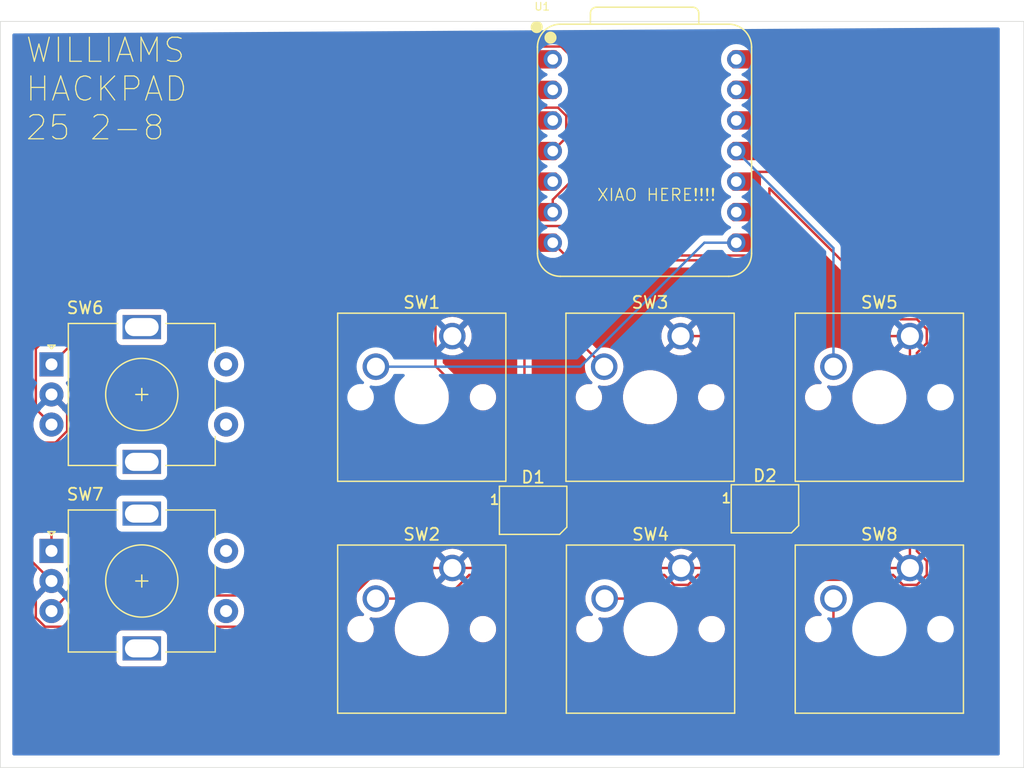
<source format=kicad_pcb>
(kicad_pcb (version 20240108) (generator "pcbnew") (generator_version "8.0")
  (layers (0 "F.Cu" signal) (31 "B.Cu" signal) (34 "B.Paste" user) (35 "F.Paste" user) (36 "B.SilkS" user "B.Silkscreen") (37 "F.SilkS" user "F.Silkscreen") (38 "B.Mask" user) (39 "F.Mask" user) (44 "Edge.Cuts" user))
  (net 0 "")
  (net 1 "Net-(D1-DIN)")
  (net 2 "Net-(D1-DOUT)")
  (net 3 "GND")
  (net 5 "Net-(U1-GPIO1{slash}RX)")
  (net 6 "Net-(U1-GPIO2{slash}SCK)")
  (net 7 "Net-(U1-GPIO4{slash}MISO)")
  (net 8 "Net-(U1-GPIO3{slash}MOSI)")
  (net 10 "Net-(U1-GPIO0{slash}TX)")
  (net 11 "Net-(U1-GPIO29{slash}ADC3{slash}A3)")
  (net 13 "Net-(D1-VDD)")
  (net 14 "Net-(U1-GPIO28{slash}ADC2{slash}A2)")
  (net 15 "Net-(U1-GPIO7{slash}SCL)")
  (net 17 "Net-(U1-GPIO27{slash}ADC1{slash}A1)")
  (net 18 "Net-(U1-GPIO26{slash}ADC0{slash}A0)")
  (footprint "Button_Switch_Keyboard:SW_Cherry_MX_1.00u_PCB" (layer "F.Cu") (at 126.54 99.92)
    (property "Reference" "SW2" (at -2.54 -2.794 0) (layer "F.SilkS"))
    (property "Value" "SW_Push")
    (fp_line (start -9.525 -1.905) (end 4.445 -1.905) (stroke (width 0.12)) (layer "F.SilkS"))
    (fp_line (start -9.525 12.065) (end -9.525 -1.905) (stroke (width 0.12)) (layer "F.SilkS"))
    (fp_line (start 4.445 -1.905) (end 4.445 12.065) (stroke (width 0.12)) (layer "F.SilkS"))
    (fp_line (start 4.445 12.065) (end -9.525 12.065) (stroke (width 0.12)) (layer "F.SilkS"))
    (pad "" np_thru_hole circle (at -7.62 5.08) (size 1.7 1.7) (drill 1.7) (layers "*.Cu" "*.Mask"))
    (pad "" np_thru_hole circle (at -2.54 5.08) (size 4 4) (drill 4) (layers "*.Cu" "*.Mask"))
    (pad "" np_thru_hole circle (at 2.54 5.08) (size 1.7 1.7) (drill 1.7) (layers "*.Cu" "*.Mask"))
    (pad "1" thru_hole circle (at 0 0) (size 2.2 2.2) (drill 1.5) (layers "*.Cu" "*.Mask") (net 3 "GND"))
    (pad "2" thru_hole circle (at -6.35 2.54) (size 2.2 2.2) (drill 1.5) (layers "*.Cu" "*.Mask") (net 10 "Net-(U1-GPIO0{slash}TX)"))
  )
  (footprint "Button_Switch_Keyboard:SW_Cherry_MX_1.00u_PCB" (layer "F.Cu") (at 164.54 99.92)
    (property "Reference" "SW8" (at -2.54 -2.794 0) (layer "F.SilkS"))
    (property "Value" "SW_Push")
    (fp_line (start -9.525 -1.905) (end 4.445 -1.905) (stroke (width 0.12)) (layer "F.SilkS"))
    (fp_line (start -9.525 12.065) (end -9.525 -1.905) (stroke (width 0.12)) (layer "F.SilkS"))
    (fp_line (start 4.445 -1.905) (end 4.445 12.065) (stroke (width 0.12)) (layer "F.SilkS"))
    (fp_line (start 4.445 12.065) (end -9.525 12.065) (stroke (width 0.12)) (layer "F.SilkS"))
    (pad "" np_thru_hole circle (at -7.62 5.08) (size 1.7 1.7) (drill 1.7) (layers "*.Cu" "*.Mask"))
    (pad "" np_thru_hole circle (at -2.54 5.08) (size 4 4) (drill 4) (layers "*.Cu" "*.Mask"))
    (pad "" np_thru_hole circle (at 2.54 5.08) (size 1.7 1.7) (drill 1.7) (layers "*.Cu" "*.Mask"))
    (pad "1" thru_hole circle (at 0 0) (size 2.2 2.2) (drill 1.5) (layers "*.Cu" "*.Mask") (net 3 "GND"))
    (pad "2" thru_hole circle (at -6.35 2.54) (size 2.2 2.2) (drill 1.5) (layers "*.Cu" "*.Mask") (net 15 "Net-(U1-GPIO7{slash}SCL)"))
  )
  (footprint "Button_Switch_Keyboard:SW_Cherry_MX_1.00u_PCB" (layer "F.Cu") (at 164.54 80.6505)
    (property "Reference" "SW5" (at -2.54 -2.794 0) (layer "F.SilkS"))
    (property "Value" "SW_Push")
    (fp_line (start -9.525 -1.905) (end 4.445 -1.905) (stroke (width 0.12)) (layer "F.SilkS"))
    (fp_line (start -9.525 12.065) (end -9.525 -1.905) (stroke (width 0.12)) (layer "F.SilkS"))
    (fp_line (start 4.445 -1.905) (end 4.445 12.065) (stroke (width 0.12)) (layer "F.SilkS"))
    (fp_line (start 4.445 12.065) (end -9.525 12.065) (stroke (width 0.12)) (layer "F.SilkS"))
    (pad "" np_thru_hole circle (at -7.62 5.08) (size 1.7 1.7) (drill 1.7) (layers "*.Cu" "*.Mask"))
    (pad "" np_thru_hole circle (at -2.54 5.08) (size 4 4) (drill 4) (layers "*.Cu" "*.Mask"))
    (pad "" np_thru_hole circle (at 2.54 5.08) (size 1.7 1.7) (drill 1.7) (layers "*.Cu" "*.Mask"))
    (pad "1" thru_hole circle (at 0 0) (size 2.2 2.2) (drill 1.5) (layers "*.Cu" "*.Mask") (net 3 "GND"))
    (pad "2" thru_hole circle (at -6.35 2.54) (size 2.2 2.2) (drill 1.5) (layers "*.Cu" "*.Mask") (net 8 "Net-(U1-GPIO3{slash}MOSI)"))
  )
  (footprint "Rotary_Encoder:RotaryEncoder_Alps_EC11E-Switch_Vertical_H20mm" (layer "F.Cu") (at 93.25 98.5)
    (property "Reference" "SW7" (at 2.8 -4.7 0) (layer "F.SilkS"))
    (property "Value" "RotaryEncoder")
    (fp_line (start -0.3 -1.6) (end 0.3 -1.6) (stroke (width 0.12)) (layer "F.SilkS"))
    (fp_line (start 0 -1.3) (end -0.3 -1.6) (stroke (width 0.12)) (layer "F.SilkS"))
    (fp_line (start 0.3 -1.6) (end 0 -1.3) (stroke (width 0.12)) (layer "F.SilkS"))
    (fp_line (start 1.4 -3.4) (end 1.4 8.4) (stroke (width 0.12)) (layer "F.SilkS"))
    (fp_line (start 5.5 -3.4) (end 1.4 -3.4) (stroke (width 0.12)) (layer "F.SilkS"))
    (fp_line (start 5.5 8.4) (end 1.4 8.4) (stroke (width 0.12)) (layer "F.SilkS"))
    (fp_line (start 7 2.5) (end 8 2.5) (stroke (width 0.12)) (layer "F.SilkS"))
    (fp_line (start 7.5 2) (end 7.5 3) (stroke (width 0.12)) (layer "F.SilkS"))
    (fp_line (start 9.5 -3.4) (end 13.6 -3.4) (stroke (width 0.12)) (layer "F.SilkS"))
    (fp_line (start 13.6 -3.4) (end 13.6 -1) (stroke (width 0.12)) (layer "F.SilkS"))
    (fp_line (start 13.6 1.2) (end 13.6 3.8) (stroke (width 0.12)) (layer "F.SilkS"))
    (fp_line (start 13.6 6) (end 13.6 8.4) (stroke (width 0.12)) (layer "F.SilkS"))
    (fp_line (start 13.6 8.4) (end 9.5 8.4) (stroke (width 0.12)) (layer "F.SilkS"))
    (fp_circle (center 7.5 2.5) (end 10.5 2.5) (stroke (width 0.12)) (fill none) (layer "F.SilkS"))
    (pad "A" thru_hole rect (at 0 0) (size 2 2) (drill 1) (layers "*.Cu" "*.Mask") (net 11 "Net-(U1-GPIO29{slash}ADC3{slash}A3)"))
    (pad "B" thru_hole circle (at 0 5) (size 2 2) (drill 1) (layers "*.Cu" "*.Mask") (net 14 "Net-(U1-GPIO28{slash}ADC2{slash}A2)"))
    (pad "C" thru_hole circle (at 0 2.5) (size 2 2) (drill 1) (layers "*.Cu" "*.Mask") (net 3 "GND"))
    (pad "MP" thru_hole rect (at 7.5 -3.1) (size 3.2 2) (drill oval 2.8 1.5) (layers "*.Cu" "*.Mask"))
    (pad "MP" thru_hole rect (at 7.5 8.1) (size 3.2 2) (drill oval 2.8 1.5) (layers "*.Cu" "*.Mask"))
    (pad "S1" thru_hole circle (at 14.5 5) (size 2 2) (drill 1) (layers "*.Cu" "*.Mask"))
    (pad "S2" thru_hole circle (at 14.5 0) (size 2 2) (drill 1) (layers "*.Cu" "*.Mask"))
  )
  (footprint "Seeed Studio XIAO Series Library:XIAO-RP2040-DIP" (layer "F.Cu") (at 142.5 65.2685)
    (property "Reference" "U1" (at -8.5 -12 0) (layer "F.SilkS") (effects (font (size 0.635 0.635) (thickness 0.1016))))
    (property "Value" "XIAO-RP2040-DIP")
    (fp_line (start -8.89 8.509) (end -8.89 -8.636) (stroke (width 0.127)) (layer "F.SilkS"))
    (fp_line (start -6.985 10.414) (end 6.985 10.414) (stroke (width 0.127)) (layer "F.SilkS"))
    (fp_line (start -4.495 -10.541) (end -4.491272 -11.451272) (stroke (width 0.127)) (layer "F.SilkS"))
    (fp_line (start -3.991272 -11.951) (end 4.004 -11.951) (stroke (width 0.127)) (layer "F.SilkS"))
    (fp_line (start 4.504 -11.451) (end 4.504 -10.541) (stroke (width 0.127)) (layer "F.SilkS"))
    (fp_line (start 6.985 -10.541) (end -6.985 -10.541) (stroke (width 0.1)) (layer "F.SilkS"))
    (fp_line (start 6.985 -10.541) (end -6.985 -10.541) (stroke (width 0.127)) (layer "F.SilkS"))
    (fp_line (start 8.89 8.509) (end 8.89 -8.636) (stroke (width 0.127)) (layer "F.SilkS"))
    (fp_arc (start -8.89 -8.636) (mid -8.332038 -9.983038) (end -6.985 -10.541) (stroke (width 0.127)) (layer "F.SilkS"))
    (fp_arc (start -6.985 10.414) (mid -8.332038 9.856038) (end -8.89 8.509) (stroke (width 0.127)) (layer "F.SilkS"))
    (fp_arc (start -4.491272 -11.451272) (mid -4.344724 -11.804644) (end -3.991272 -11.951) (stroke (width 0.127)) (layer "F.SilkS"))
    (fp_arc (start 4.004 -11.951) (mid 4.357553 -11.804553) (end 4.504 -11.451) (stroke (width 0.127)) (layer "F.SilkS"))
    (fp_arc (start 6.985 -10.541) (mid 8.332038 -9.983038) (end 8.89 -8.636) (stroke (width 0.127)) (layer "F.SilkS"))
    (fp_arc (start 8.89 8.509) (mid 8.332038 9.856038) (end 6.985 10.414) (stroke (width 0.127)) (layer "F.SilkS"))
    (fp_circle (center -8.95 -10.3) (end -8.95 -10.554) (stroke (width 0.5)) (fill solid) (layer "F.SilkS"))
    (fp_circle (center -7.807 -9.42) (end -7.807 -9.674) (stroke (width 0.5)) (fill solid) (layer "F.SilkS"))
    (pad "1" smd roundrect (at -8.455 -7.62 180) (size 2.432 1.524) (layers "F.Cu" "F.Mask") (roundrect_rratio 0.1) (net 18 "Net-(U1-GPIO26{slash}ADC0{slash}A0)"))
    (pad "1" thru_hole circle (at -7.62 -7.62 180) (size 1.524 1.524) (drill 0.889) (layers "*.Cu" "*.Mask") (net 18 "Net-(U1-GPIO26{slash}ADC0{slash}A0)"))
    (pad "2" smd roundrect (at -8.455 -5.08 180) (size 2.432 1.524) (layers "F.Cu" "F.Mask") (roundrect_rratio 0.1) (net 17 "Net-(U1-GPIO27{slash}ADC1{slash}A1)"))
    (pad "2" thru_hole circle (at -7.62 -5.08 180) (size 1.524 1.524) (drill 0.889) (layers "*.Cu" "*.Mask") (net 17 "Net-(U1-GPIO27{slash}ADC1{slash}A1)"))
    (pad "3" smd roundrect (at -8.455 -2.54 180) (size 2.432 1.524) (layers "F.Cu" "F.Mask") (roundrect_rratio 0.1) (net 14 "Net-(U1-GPIO28{slash}ADC2{slash}A2)"))
    (pad "3" thru_hole circle (at -7.62 -2.54 180) (size 1.524 1.524) (drill 0.889) (layers "*.Cu" "*.Mask") (net 14 "Net-(U1-GPIO28{slash}ADC2{slash}A2)"))
    (pad "4" smd roundrect (at -8.455 0 180) (size 2.432 1.524) (layers "F.Cu" "F.Mask") (roundrect_rratio 0.1) (net 11 "Net-(U1-GPIO29{slash}ADC3{slash}A3)"))
    (pad "4" thru_hole circle (at -7.62 0 180) (size 1.524 1.524) (drill 0.889) (layers "*.Cu" "*.Mask") (net 11 "Net-(U1-GPIO29{slash}ADC3{slash}A3)"))
    (pad "5" smd roundrect (at -8.455 2.54 180) (size 2.432 1.524) (layers "F.Cu" "F.Mask") (roundrect_rratio 0.1) (net 1 "Net-(D1-DIN)"))
    (pad "5" thru_hole circle (at -7.62 2.54 180) (size 1.524 1.524) (drill 0.889) (layers "*.Cu" "*.Mask") (net 1 "Net-(D1-DIN)"))
    (pad "6" smd roundrect (at -8.455 5.08 180) (size 2.432 1.524) (layers "F.Cu" "F.Mask") (roundrect_rratio 0.1) (net 15 "Net-(U1-GPIO7{slash}SCL)"))
    (pad "6" thru_hole circle (at -7.62 5.08 180) (size 1.524 1.524) (drill 0.889) (layers "*.Cu" "*.Mask") (net 15 "Net-(U1-GPIO7{slash}SCL)"))
    (pad "7" smd roundrect (at -8.455 7.62 180) (size 2.432 1.524) (layers "F.Cu" "F.Mask") (roundrect_rratio 0.1) (net 10 "Net-(U1-GPIO0{slash}TX)"))
    (pad "7" thru_hole circle (at -7.62 7.62 180) (size 1.524 1.524) (drill 0.889) (layers "*.Cu" "*.Mask") (net 10 "Net-(U1-GPIO0{slash}TX)"))
    (pad "8" thru_hole circle (at 7.62 7.62) (size 1.524 1.524) (drill 0.889) (layers "*.Cu" "*.Mask") (net 5 "Net-(U1-GPIO1{slash}RX)"))
    (pad "8" smd roundrect (at 8.455 7.62) (size 2.432 1.524) (layers "F.Cu" "F.Mask") (roundrect_rratio 0.1) (net 5 "Net-(U1-GPIO1{slash}RX)"))
    (pad "9" thru_hole circle (at 7.62 5.08) (size 1.524 1.524) (drill 0.889) (layers "*.Cu" "*.Mask") (net 6 "Net-(U1-GPIO2{slash}SCK)"))
    (pad "9" smd roundrect (at 8.455 5.08) (size 2.432 1.524) (layers "F.Cu" "F.Mask") (roundrect_rratio 0.1) (net 6 "Net-(U1-GPIO2{slash}SCK)"))
    (pad "10" thru_hole circle (at 7.62 2.54) (size 1.524 1.524) (drill 0.889) (layers "*.Cu" "*.Mask") (net 7 "Net-(U1-GPIO4{slash}MISO)"))
    (pad "10" smd roundrect (at 8.455 2.54) (size 2.432 1.524) (layers "F.Cu" "F.Mask") (roundrect_rratio 0.1) (net 7 "Net-(U1-GPIO4{slash}MISO)"))
    (pad "11" thru_hole circle (at 7.62 0) (size 1.524 1.524) (drill 0.889) (layers "*.Cu" "*.Mask") (net 8 "Net-(U1-GPIO3{slash}MOSI)"))
    (pad "11" smd roundrect (at 8.455 0) (size 2.432 1.524) (layers "F.Cu" "F.Mask") (roundrect_rratio 0.1) (net 8 "Net-(U1-GPIO3{slash}MOSI)"))
    (pad "12" thru_hole circle (at 7.62 -2.54) (size 1.524 1.524) (drill 0.889) (layers "*.Cu" "*.Mask"))
    (pad "12" smd roundrect (at 8.455 -2.54) (size 2.432 1.524) (layers "F.Cu" "F.Mask") (roundrect_rratio 0.1))
    (pad "13" thru_hole circle (at 7.62 -5.08) (size 1.524 1.524) (drill 0.889) (layers "*.Cu" "*.Mask"))
    (pad "13" smd roundrect (at 8.455 -5.08) (size 2.432 1.524) (layers "F.Cu" "F.Mask") (roundrect_rratio 0.1))
    (pad "14" thru_hole circle (at 7.62 -7.62) (size 1.524 1.524) (drill 0.889) (layers "*.Cu" "*.Mask"))
    (pad "14" smd roundrect (at 8.455 -7.62) (size 2.432 1.524) (layers "F.Cu" "F.Mask") (roundrect_rratio 0.1))
  )
  (footprint "Button_Switch_Keyboard:SW_Cherry_MX_1.00u_PCB" (layer "F.Cu") (at 145.54 99.92)
    (property "Reference" "SW4" (at -2.54 -2.794 0) (layer "F.SilkS"))
    (property "Value" "SW_Push")
    (fp_line (start -9.525 -1.905) (end 4.445 -1.905) (stroke (width 0.12)) (layer "F.SilkS"))
    (fp_line (start -9.525 12.065) (end -9.525 -1.905) (stroke (width 0.12)) (layer "F.SilkS"))
    (fp_line (start 4.445 -1.905) (end 4.445 12.065) (stroke (width 0.12)) (layer "F.SilkS"))
    (fp_line (start 4.445 12.065) (end -9.525 12.065) (stroke (width 0.12)) (layer "F.SilkS"))
    (pad "" np_thru_hole circle (at -7.62 5.08) (size 1.7 1.7) (drill 1.7) (layers "*.Cu" "*.Mask"))
    (pad "" np_thru_hole circle (at -2.54 5.08) (size 4 4) (drill 4) (layers "*.Cu" "*.Mask"))
    (pad "" np_thru_hole circle (at 2.54 5.08) (size 1.7 1.7) (drill 1.7) (layers "*.Cu" "*.Mask"))
    (pad "1" thru_hole circle (at 0 0) (size 2.2 2.2) (drill 1.5) (layers "*.Cu" "*.Mask") (net 3 "GND"))
    (pad "2" thru_hole circle (at -6.35 2.54) (size 2.2 2.2) (drill 1.5) (layers "*.Cu" "*.Mask") (net 7 "Net-(U1-GPIO4{slash}MISO)"))
  )
  (footprint "Button_Switch_Keyboard:SW_Cherry_MX_1.00u_PCB" (layer "F.Cu") (at 145.499 80.6505)
    (property "Reference" "SW3" (at -2.54 -2.794 0) (layer "F.SilkS"))
    (property "Value" "SW_Push")
    (fp_line (start -9.525 -1.905) (end 4.445 -1.905) (stroke (width 0.12)) (layer "F.SilkS"))
    (fp_line (start -9.525 12.065) (end -9.525 -1.905) (stroke (width 0.12)) (layer "F.SilkS"))
    (fp_line (start 4.445 -1.905) (end 4.445 12.065) (stroke (width 0.12)) (layer "F.SilkS"))
    (fp_line (start 4.445 12.065) (end -9.525 12.065) (stroke (width 0.12)) (layer "F.SilkS"))
    (pad "" np_thru_hole circle (at -7.62 5.08) (size 1.7 1.7) (drill 1.7) (layers "*.Cu" "*.Mask"))
    (pad "" np_thru_hole circle (at -2.54 5.08) (size 4 4) (drill 4) (layers "*.Cu" "*.Mask"))
    (pad "" np_thru_hole circle (at 2.54 5.08) (size 1.7 1.7) (drill 1.7) (layers "*.Cu" "*.Mask"))
    (pad "1" thru_hole circle (at 0 0) (size 2.2 2.2) (drill 1.5) (layers "*.Cu" "*.Mask") (net 3 "GND"))
    (pad "2" thru_hole circle (at -6.35 2.54) (size 2.2 2.2) (drill 1.5) (layers "*.Cu" "*.Mask") (net 6 "Net-(U1-GPIO2{slash}SCK)"))
  )
  (footprint "Button_Switch_Keyboard:SW_Cherry_MX_1.00u_PCB" (layer "F.Cu") (at 126.54 80.6505)
    (property "Reference" "SW1" (at -2.54 -2.794 0) (layer "F.SilkS"))
    (property "Value" "SW_Push")
    (fp_line (start -9.525 -1.905) (end 4.445 -1.905) (stroke (width 0.12)) (layer "F.SilkS"))
    (fp_line (start -9.525 12.065) (end -9.525 -1.905) (stroke (width 0.12)) (layer "F.SilkS"))
    (fp_line (start 4.445 -1.905) (end 4.445 12.065) (stroke (width 0.12)) (layer "F.SilkS"))
    (fp_line (start 4.445 12.065) (end -9.525 12.065) (stroke (width 0.12)) (layer "F.SilkS"))
    (pad "" np_thru_hole circle (at -7.62 5.08) (size 1.7 1.7) (drill 1.7) (layers "*.Cu" "*.Mask"))
    (pad "" np_thru_hole circle (at -2.54 5.08) (size 4 4) (drill 4) (layers "*.Cu" "*.Mask"))
    (pad "" np_thru_hole circle (at 2.54 5.08) (size 1.7 1.7) (drill 1.7) (layers "*.Cu" "*.Mask"))
    (pad "1" thru_hole circle (at 0 0) (size 2.2 2.2) (drill 1.5) (layers "*.Cu" "*.Mask") (net 3 "GND"))
    (pad "2" thru_hole circle (at -6.35 2.54) (size 2.2 2.2) (drill 1.5) (layers "*.Cu" "*.Mask") (net 5 "Net-(U1-GPIO1{slash}RX)"))
  )
  (footprint "LED_SMD:LED_SK6812MINI_PLCC4_3.5x3.5mm_P1.75mm" (layer "F.Cu") (at 133.25 95.125)
    (property "Reference" "D1" (at 0 -2.75 0) (layer "F.SilkS"))
    (property "Value" "SK6812MINI")
    (fp_line (start -2.8 -2) (end -2.8 2) (stroke (width 0.12)) (layer "F.SilkS"))
    (fp_line (start -2.8 -2) (end 2.8 -2) (stroke (width 0.12)) (layer "F.SilkS"))
    (fp_line (start -2.8 2) (end 2.2 2) (stroke (width 0.12)) (layer "F.SilkS"))
    (fp_line (start 2.8 1.4) (end 2.2 2) (stroke (width 0.12)) (layer "F.SilkS"))
    (fp_line (start 2.8 1.4) (end 2.8 -2) (stroke (width 0.12)) (layer "F.SilkS"))
    (fp_text user "1" (at -3.2 -0.875 0) (layer "F.SilkS") (effects (font (size 0.8 0.8))))
    (pad "1" smd rect (at -1.75 -0.875) (size 1.6 0.85) (layers "F.Cu" "F.Paste" "F.Mask") (net 2 "Net-(D1-DOUT)"))
    (pad "2" smd rect (at -1.75 0.875) (size 1.6 0.85) (layers "F.Cu" "F.Paste" "F.Mask") (net 3 "GND"))
    (pad "3" smd rect (at 1.75 0.875) (size 1.6 0.85) (layers "F.Cu" "F.Paste" "F.Mask") (net 1 "Net-(D1-DIN)"))
    (pad "4" smd rect (at 1.75 -0.875) (size 1.6 0.85) (layers "F.Cu" "F.Paste" "F.Mask") (net 13 "Net-(D1-VDD)"))
  )
  (footprint "LED_SMD:LED_SK6812MINI_PLCC4_3.5x3.5mm_P1.75mm" (layer "F.Cu") (at 152.5 95)
    (property "Reference" "D2" (at 0 -2.75 0) (layer "F.SilkS"))
    (property "Value" "SK6812MINI")
    (fp_line (start -2.8 -2) (end -2.8 2) (stroke (width 0.12)) (layer "F.SilkS"))
    (fp_line (start -2.8 -2) (end 2.8 -2) (stroke (width 0.12)) (layer "F.SilkS"))
    (fp_line (start -2.8 2) (end 2.2 2) (stroke (width 0.12)) (layer "F.SilkS"))
    (fp_line (start 2.8 1.4) (end 2.2 2) (stroke (width 0.12)) (layer "F.SilkS"))
    (fp_line (start 2.8 1.4) (end 2.8 -2) (stroke (width 0.12)) (layer "F.SilkS"))
    (fp_text user "1" (at -3.2 -0.875 0) (layer "F.SilkS") (effects (font (size 0.8 0.8))))
    (pad "1" smd rect (at -1.75 -0.875) (size 1.6 0.85) (layers "F.Cu" "F.Paste" "F.Mask"))
    (pad "2" smd rect (at -1.75 0.875) (size 1.6 0.85) (layers "F.Cu" "F.Paste" "F.Mask") (net 3 "GND"))
    (pad "3" smd rect (at 1.75 0.875) (size 1.6 0.85) (layers "F.Cu" "F.Paste" "F.Mask") (net 2 "Net-(D1-DOUT)"))
    (pad "4" smd rect (at 1.75 -0.875) (size 1.6 0.85) (layers "F.Cu" "F.Paste" "F.Mask") (net 13 "Net-(D1-VDD)"))
  )
  (footprint "Rotary_Encoder:RotaryEncoder_Alps_EC11E-Switch_Vertical_H20mm" (layer "F.Cu") (at 93.25 83)
    (property "Reference" "SW6" (at 2.8 -4.7 0) (layer "F.SilkS"))
    (property "Value" "RotaryEncoder")
    (fp_line (start -0.3 -1.6) (end 0.3 -1.6) (stroke (width 0.12)) (layer "F.SilkS"))
    (fp_line (start 0 -1.3) (end -0.3 -1.6) (stroke (width 0.12)) (layer "F.SilkS"))
    (fp_line (start 0.3 -1.6) (end 0 -1.3) (stroke (width 0.12)) (layer "F.SilkS"))
    (fp_line (start 1.4 -3.4) (end 1.4 8.4) (stroke (width 0.12)) (layer "F.SilkS"))
    (fp_line (start 5.5 -3.4) (end 1.4 -3.4) (stroke (width 0.12)) (layer "F.SilkS"))
    (fp_line (start 5.5 8.4) (end 1.4 8.4) (stroke (width 0.12)) (layer "F.SilkS"))
    (fp_line (start 7 2.5) (end 8 2.5) (stroke (width 0.12)) (layer "F.SilkS"))
    (fp_line (start 7.5 2) (end 7.5 3) (stroke (width 0.12)) (layer "F.SilkS"))
    (fp_line (start 9.5 -3.4) (end 13.6 -3.4) (stroke (width 0.12)) (layer "F.SilkS"))
    (fp_line (start 13.6 -3.4) (end 13.6 -1) (stroke (width 0.12)) (layer "F.SilkS"))
    (fp_line (start 13.6 1.2) (end 13.6 3.8) (stroke (width 0.12)) (layer "F.SilkS"))
    (fp_line (start 13.6 6) (end 13.6 8.4) (stroke (width 0.12)) (layer "F.SilkS"))
    (fp_line (start 13.6 8.4) (end 9.5 8.4) (stroke (width 0.12)) (layer "F.SilkS"))
    (fp_circle (center 7.5 2.5) (end 10.5 2.5) (stroke (width 0.12)) (fill none) (layer "F.SilkS"))
    (pad "A" thru_hole rect (at 0 0) (size 2 2) (drill 1) (layers "*.Cu" "*.Mask") (net 17 "Net-(U1-GPIO27{slash}ADC1{slash}A1)"))
    (pad "B" thru_hole circle (at 0 5) (size 2 2) (drill 1) (layers "*.Cu" "*.Mask") (net 18 "Net-(U1-GPIO26{slash}ADC0{slash}A0)"))
    (pad "C" thru_hole circle (at 0 2.5) (size 2 2) (drill 1) (layers "*.Cu" "*.Mask") (net 3 "GND"))
    (pad "MP" thru_hole rect (at 7.5 -3.1) (size 3.2 2) (drill oval 2.8 1.5) (layers "*.Cu" "*.Mask"))
    (pad "MP" thru_hole rect (at 7.5 8.1) (size 3.2 2) (drill oval 2.8 1.5) (layers "*.Cu" "*.Mask"))
    (pad "S1" thru_hole circle (at 14.5 5) (size 2 2) (drill 1) (layers "*.Cu" "*.Mask"))
    (pad "S2" thru_hole circle (at 14.5 0) (size 2 2) (drill 1) (layers "*.Cu" "*.Mask"))
  )
  (gr_rect (start 89 54.5) (end 174 116.5) (stroke (width 0.05)) (fill none) (layer "Edge.Cuts"))
  (gr_text "XIAO HERE!!!!" (at 138.5 69.5 0) (layer "F.SilkS") (effects (font (size 1 1) (thickness 0.1)) (justify left bottom)))
  (gr_text "WILLIAMS\nHACKPAD\n25 2-8" (at 91 64.5 0) (layer "F.SilkS") (effects (font (size 2 2) (thickness 0.1)) (justify left bottom)))
  (segment (start 129.1915 67.8085) (end 134.88 67.8085) (width 0.2) (layer "F.Cu") (net 1))
  (segment (start 125.54 73.04) (end 125.54 71.46) (width 0.2) (layer "F.Cu") (net 1))
  (segment (start 125.54 71.46) (end 129.1915 67.8085) (width 0.2) (layer "F.Cu") (net 1))
  (segment (start 132.529 93.529) (end 132.529 80.029) (width 0.2) (layer "F.Cu") (net 1))
  (segment (start 135 96) (end 132.529 93.529) (width 0.2) (layer "F.Cu") (net 1))
  (segment (start 132.529 80.029) (end 125.54 73.04) (width 0.2) (layer "F.Cu") (net 1))
  (segment (start 131.5 94.25) (end 131.5 94.325) (width 0.2) (layer "F.Cu") (net 2))
  (segment (start 136.695 99.52) (end 142.13 99.52) (width 0.2) (layer "F.Cu") (net 2))
  (segment (start 146.5 95.15) (end 153.525 95.15) (width 0.2) (layer "F.Cu") (net 2))
  (segment (start 131.5 94.325) (end 136.695 99.52) (width 0.2) (layer "F.Cu") (net 2))
  (segment (start 153.525 95.15) (end 154.25 95.875) (width 0.2) (layer "F.Cu") (net 2))
  (segment (start 142.13 99.52) (end 146.5 95.15) (width 0.2) (layer "F.Cu") (net 2))
  (segment (start 92.711522 104.8) (end 115.7 104.8) (width 0.2) (layer "F.Cu") (net 3))
  (segment (start 120.58 99.92) (end 126.54 99.92) (width 0.2) (layer "F.Cu") (net 3))
  (segment (start 150.75 95.875) (end 149.585 95.875) (width 0.2) (layer "F.Cu") (net 3))
  (segment (start 129.96 96.5) (end 126.54 99.92) (width 0.2) (layer "F.Cu") (net 3))
  (segment (start 126.54 99.92) (end 145.54 99.92) (width 0.2) (layer "F.Cu") (net 3))
  (segment (start 91.95 104.038478) (end 92.711522 104.8) (width 0.2) (layer "F.Cu") (net 3))
  (segment (start 93.25 101) (end 91.95 102.3) (width 0.2) (layer "F.Cu") (net 3))
  (segment (start 91.95 102.3) (end 91.95 104.038478) (width 0.2) (layer "F.Cu") (net 3))
  (segment (start 91.5 99.25) (end 93.25 101) (width 0.2) (layer "F.Cu") (net 3))
  (segment (start 127.639999 98.820001) (end 126.54 99.92) (width 0.2) (layer "F.Cu") (net 3))
  (segment (start 115.7 104.8) (end 120.58 99.92) (width 0.2) (layer "F.Cu") (net 3))
  (segment (start 131.5 96) (end 131 96.5) (width 0.2) (layer "F.Cu") (net 3))
  (segment (start 145.54 99.92) (end 164.54 99.92) (width 0.2) (layer "F.Cu") (net 3))
  (segment (start 91.5 89.5) (end 91.5 99.25) (width 0.2) (layer "F.Cu") (net 3))
  (segment (start 164.54 80.6505) (end 145.499 80.6505) (width 0.2) (layer "F.Cu") (net 3))
  (segment (start 149.585 95.875) (end 145.54 99.92) (width 0.2) (layer "F.Cu") (net 3))
  (segment (start 160.589 80.6505) (end 159.746056 80.6505) (width 0.2) (layer "F.Cu") (net 3))
  (segment (start 93.25 85.5) (end 94.55 86.8) (width 0.2) (layer "F.Cu") (net 3))
  (segment (start 94.55 88.538478) (end 93.588478 89.5) (width 0.2) (layer "F.Cu") (net 3))
  (segment (start 126.54 80.6505) (end 127.639999 81.750499) (width 0.2) (layer "F.Cu") (net 3))
  (segment (start 131 96.5) (end 129.96 96.5) (width 0.2) (layer "F.Cu") (net 3))
  (segment (start 127.639999 81.750499) (end 127.639999 98.820001) (width 0.2) (layer "F.Cu") (net 3))
  (segment (start 94.55 86.8) (end 94.55 88.538478) (width 0.2) (layer "F.Cu") (net 3))
  (segment (start 164.54 99.92) (end 164.54 80.6505) (width 0.2) (layer "F.Cu") (net 3))
  (segment (start 93.588478 89.5) (end 91.5 89.5) (width 0.2) (layer "F.Cu") (net 3))
  (segment (start 147.471101 72.8885) (end 150.12 72.8885) (width 0.2) (layer "B.Cu") (net 5))
  (segment (start 137.169101 83.1905) (end 147.471101 72.8885) (width 0.2) (layer "B.Cu") (net 5))
  (segment (start 120.19 83.1905) (end 137.169101 83.1905) (width 0.2) (layer "B.Cu") (net 5))
  (segment (start 139.149 83.1905) (end 139.149 83.149) (width 0.2) (layer "F.Cu") (net 6))
  (segment (start 151.19763 70.3485) (end 152.471 71.62187) (width 0.2) (layer "F.Cu") (net 6))
  (segment (start 133.116286 71.5) (end 132.5 72.116286) (width 0.2) (layer "F.Cu") (net 6))
  (segment (start 132.5 76.5415) (end 139.149 83.1905) (width 0.2) (layer "F.Cu") (net 6))
  (segment (start 152.210214 73.9505) (end 139.104105 73.9505) (width 0.2) (layer "F.Cu") (net 6))
  (segment (start 150.12 70.3485) (end 151.19763 70.3485) (width 0.2) (layer "F.Cu") (net 6))
  (segment (start 152.471 73.689714) (end 152.210214 73.9505) (width 0.2) (layer "F.Cu") (net 6))
  (segment (start 139.149 83.149) (end 139 83) (width 0.2) (layer "F.Cu") (net 6))
  (segment (start 132.5 72.116286) (end 132.5 76.5415) (width 0.2) (layer "F.Cu") (net 6))
  (segment (start 152.471 71.62187) (end 152.471 73.689714) (width 0.2) (layer "F.Cu") (net 6))
  (segment (start 139.104105 73.9505) (end 136.653605 71.5) (width 0.2) (layer "F.Cu") (net 6))
  (segment (start 136.653605 71.5) (end 133.116286 71.5) (width 0.2) (layer "F.Cu") (net 6))
  (segment (start 165.285585 101.72) (end 163.794415 101.72) (width 0.2) (layer "F.Cu") (net 7))
  (segment (start 150.12 67.8085) (end 150.732214 67.8085) (width 0.2) (layer "F.Cu") (net 7))
  (segment (start 167.236085 75.236085) (end 167.236085 80.5) (width 0.2) (layer "F.Cu") (net 7))
  (segment (start 170.5 95.014415) (end 166.34 99.174415) (width 0.2) (layer "F.Cu") (net 7))
  (segment (start 170.5 83.763915) (end 170.5 95.014415) (width 0.2) (layer "F.Cu") (net 7))
  (segment (start 151.540714 67) (end 155 67) (width 0.2) (layer "F.Cu") (net 7))
  (segment (start 162.974314 100.899899) (end 147.105686 100.899899) (width 0.2) (layer "F.Cu") (net 7))
  (segment (start 161.947286 69.947286) (end 167.236085 75.236085) (width 0.2) (layer "F.Cu") (net 7))
  (segment (start 166.34 99.174415) (end 166.34 100.665585) (width 0.2) (layer "F.Cu") (net 7))
  (segment (start 150.732214 67.8085) (end 151.540714 67) (width 0.2) (layer "F.Cu") (net 7))
  (segment (start 167.236085 80.5) (end 170.5 83.763915) (width 0.2) (layer "F.Cu") (net 7))
  (segment (start 147.105686 100.899899) (end 145.545585 102.46) (width 0.2) (layer "F.Cu") (net 7))
  (segment (start 155 67) (end 157.947286 69.947286) (width 0.2) (layer "F.Cu") (net 7))
  (segment (start 166.34 100.665585) (end 165.285585 101.72) (width 0.2) (layer "F.Cu") (net 7))
  (segment (start 163.794415 101.72) (end 162.974314 100.899899) (width 0.2) (layer "F.Cu") (net 7))
  (segment (start 157.947286 69.947286) (end 161.947286 69.947286) (width 0.2) (layer "F.Cu") (net 7))
  (segment (start 145.545585 102.46) (end 139.19 102.46) (width 0.2) (layer "F.Cu") (net 7))
  (segment (start 151.19763 65.2685) (end 150.12 65.2685) (width 0.2) (layer "F.Cu") (net 8))
  (segment (start 158.19 73.3385) (end 150.12 65.2685) (width 0.2) (layer "B.Cu") (net 8))
  (segment (start 158.19 83.1905) (end 158.19 73.3385) (width 0.2) (layer "B.Cu") (net 8))
  (segment (start 165.119899 101.32) (end 165.94 100.499899) (width 0.2) (layer "F.Cu") (net 10))
  (segment (start 144.14 100.499899) (end 144.960101 101.32) (width 0.2) (layer "F.Cu") (net 10))
  (segment (start 152.871 68.371) (end 152.871 73.8554) (width 0.2) (layer "F.Cu") (net 10))
  (segment (start 165.119899 98.52) (end 165.119899 82.0505) (width 0.2) (layer "F.Cu") (net 10))
  (segment (start 125.979899 102.46) (end 127.94 100.499899) (width 0.2) (layer "F.Cu") (net 10))
  (segment (start 152.871 73.8554) (end 152.636685 74.089714) (width 0.2) (layer "F.Cu") (net 10))
  (segment (start 152.3759 74.3505) (end 136.342 74.3505) (width 0.2) (layer "F.Cu") (net 10))
  (segment (start 136.342 74.3505) (end 134.88 72.8885) (width 0.2) (layer "F.Cu") (net 10))
  (segment (start 163.7505 79.2505) (end 152.871 68.371) (width 0.2) (layer "F.Cu") (net 10))
  (segment (start 165.94 80.070601) (end 165.119899 79.2505) (width 0.2) (layer "F.Cu") (net 10))
  (segment (start 146.119899 101.32) (end 146.94 100.499899) (width 0.2) (layer "F.Cu") (net 10))
  (segment (start 146.94 100.499899) (end 163.14 100.499899) (width 0.2) (layer "F.Cu") (net 10))
  (segment (start 163.960101 101.32) (end 165.119899 101.32) (width 0.2) (layer "F.Cu") (net 10))
  (segment (start 120.19 102.46) (end 125.979899 102.46) (width 0.2) (layer "F.Cu") (net 10))
  (segment (start 152.636685 74.089714) (end 152.3759 74.3505) (width 0.2) (layer "F.Cu") (net 10))
  (segment (start 165.119899 79.2505) (end 163.7505 79.2505) (width 0.2) (layer "F.Cu") (net 10))
  (segment (start 165.94 99.340101) (end 165.119899 98.52) (width 0.2) (layer "F.Cu") (net 10))
  (segment (start 163.14 100.499899) (end 163.960101 101.32) (width 0.2) (layer "F.Cu") (net 10))
  (segment (start 144.960101 101.32) (end 146.119899 101.32) (width 0.2) (layer "F.Cu") (net 10))
  (segment (start 165.94 81.230399) (end 165.94 80.070601) (width 0.2) (layer "F.Cu") (net 10))
  (segment (start 165.119899 82.0505) (end 165.94 81.230399) (width 0.2) (layer "F.Cu") (net 10))
  (segment (start 127.94 100.499899) (end 144.14 100.499899) (width 0.2) (layer "F.Cu") (net 10))
  (segment (start 165.94 100.499899) (end 165.94 99.340101) (width 0.2) (layer "F.Cu") (net 10))
  (segment (start 93.25 98.5) (end 93.25 94.834314) (width 0.2) (layer "F.Cu") (net 11))
  (segment (start 135.319895 61.6665) (end 136 62.346605) (width 0.2) (layer "F.Cu") (net 11))
  (segment (start 93.25 94.834314) (end 126.417814 61.6665) (width 0.2) (layer "F.Cu") (net 11))
  (segment (start 136 64.1485) (end 134.88 65.2685) (width 0.2) (layer "F.Cu") (net 11))
  (segment (start 136 62.346605) (end 136 64.1485) (width 0.2) (layer "F.Cu") (net 11))
  (segment (start 126.417814 61.6665) (end 135.319895 61.6665) (width 0.2) (layer "F.Cu") (net 11))
  (segment (start 135.85 93.4) (end 153.525 93.4) (width 0.2) (layer "F.Cu") (net 13))
  (segment (start 135 94.25) (end 135.85 93.4) (width 0.2) (layer "F.Cu") (net 13))
  (segment (start 153.525 93.4) (end 154.25 94.125) (width 0.2) (layer "F.Cu") (net 13))
  (segment (start 94.55 102.2) (end 93.25 103.5) (width 0.2) (layer "F.Cu") (net 14))
  (segment (start 126.35 86.703902) (end 110.853902 102.2) (width 0.2) (layer "F.Cu") (net 14))
  (segment (start 125.14 83.14) (end 126.35 84.35) (width 0.2) (layer "F.Cu") (net 14))
  (segment (start 125.9215 62.7285) (end 125.14 63.51) (width 0.2) (layer "F.Cu") (net 14))
  (segment (start 134.88 62.7285) (end 125.9215 62.7285) (width 0.2) (layer "F.Cu") (net 14))
  (segment (start 125.14 63.51) (end 125.14 83.14) (width 0.2) (layer "F.Cu") (net 14))
  (segment (start 110.853902 102.2) (end 94.55 102.2) (width 0.2) (layer "F.Cu") (net 14))
  (segment (start 126.35 84.35) (end 126.35 86.703902) (width 0.2) (layer "F.Cu") (net 14))
  (segment (start 156.5 114) (end 155.5 114) (width 0.2) (layer "F.Cu") (net 15))
  (segment (start 158.19 102.46) (end 158.19 112.31) (width 0.2) (layer "F.Cu") (net 15))
  (segment (start 158.19 112.31) (end 156.5 114) (width 0.2) (layer "F.Cu") (net 15))
  (segment (start 136.4 67.790395) (end 134.88 69.310395) (width 0.2) (layer "F.Cu") (net 15))
  (segment (start 90.5 82.584314) (end 116.497814 56.5865) (width 0.2) (layer "F.Cu") (net 15))
  (segment (start 136.4 57.4) (end 136.4 67.790395) (width 0.2) (layer "F.Cu") (net 15))
  (segment (start 135.5865 56.5865) (end 136.4 57.4) (width 0.2) (layer "F.Cu") (net 15))
  (segment (start 134.88 69.310395) (end 134.88 70.3485) (width 0.2) (layer "F.Cu") (net 15))
  (segment (start 134.88 70.3485) (end 133.7021 70.3485) (width 0.2) (layer "F.Cu") (net 15))
  (segment (start 155.5 114) (end 154.5 115) (width 0.2) (layer "F.Cu") (net 15))
  (segment (start 90.5 115) (end 90.5 82.584314) (width 0.2) (layer "F.Cu") (net 15))
  (segment (start 116.497814 56.5865) (end 135.5865 56.5865) (width 0.2) (layer "F.Cu") (net 15))
  (segment (start 154.5 115) (end 90.5 115) (width 0.2) (layer "F.Cu") (net 15))
  (segment (start 133.7021 70.3485) (end 133.5506 70.5) (width 0.2) (layer "F.Cu") (net 15))
  (segment (start 93.25 83) (end 116.0615 60.1885) (width 0.2) (layer "F.Cu") (net 17))
  (segment (start 116.0615 60.1885) (end 134.88 60.1885) (width 0.2) (layer "F.Cu") (net 17))
  (segment (start 91.95 86.7) (end 93.25 88) (width 0.2) (layer "F.Cu") (net 18))
  (segment (start 91.95 81.7) (end 91.95 86.7) (width 0.2) (layer "F.Cu") (net 18))
  (segment (start 116.0015 57.6485) (end 91.95 81.7) (width 0.2) (layer "F.Cu") (net 18))
  (segment (start 134.88 57.6485) (end 116.0015 57.6485) (width 0.2) (layer "F.Cu") (net 18))
  (zone (net 3) (net_name "GND") (layers "F&B.Cu") (connect_pads (clearance 0.5)) (min_thickness 0.25) (fill yes (thermal_gap 0.5) (thermal_bridge_width 0.5))
    (polygon (pts (xy 90 55.5) (xy 90 115.5) (xy 172 115.5) (xy 172 55)))
  )
)
</source>
